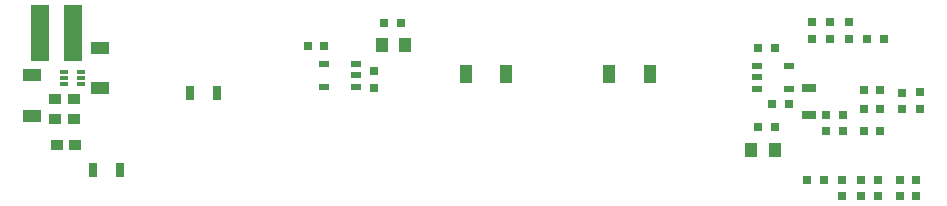
<source format=gbp>
G04*
G04 #@! TF.GenerationSoftware,Altium Limited,Altium Designer,24.3.1 (35)*
G04*
G04 Layer_Color=128*
%FSLAX25Y25*%
%MOIN*%
G70*
G04*
G04 #@! TF.SameCoordinates,04A478E9-281F-4D04-800B-099DB510E279*
G04*
G04*
G04 #@! TF.FilePolarity,Positive*
G04*
G01*
G75*
%ADD18R,0.03150X0.03150*%
%ADD19R,0.03937X0.04921*%
%ADD20R,0.03150X0.03150*%
%ADD21R,0.03937X0.03740*%
%ADD28R,0.04331X0.06299*%
%ADD65R,0.04724X0.03150*%
%ADD66R,0.03740X0.02362*%
%ADD67R,0.03150X0.04724*%
%ADD68R,0.05906X0.18898*%
%ADD69R,0.02598X0.01221*%
%ADD70R,0.06299X0.04331*%
D18*
X262825Y83035D02*
D03*
Y77524D02*
D03*
X256358D02*
D03*
Y83035D02*
D03*
X250571D02*
D03*
Y77524D02*
D03*
X272579Y24965D02*
D03*
Y30476D02*
D03*
X266910Y30437D02*
D03*
Y24925D02*
D03*
X286319Y54098D02*
D03*
Y59610D02*
D03*
X280492Y59531D02*
D03*
Y54020D02*
D03*
X260492Y25004D02*
D03*
Y30516D02*
D03*
X104461Y61102D02*
D03*
Y66614D02*
D03*
D19*
X230059Y40437D02*
D03*
X237933D02*
D03*
X106941Y75472D02*
D03*
X114815D02*
D03*
D20*
X260669Y51929D02*
D03*
X255157D02*
D03*
X232421Y47957D02*
D03*
X237933D02*
D03*
X268799Y77524D02*
D03*
X274311D02*
D03*
X237933Y74256D02*
D03*
X232421D02*
D03*
X237197Y55876D02*
D03*
X242709D02*
D03*
X279705Y25122D02*
D03*
X285216D02*
D03*
X279705Y30516D02*
D03*
X285216D02*
D03*
X260610Y46815D02*
D03*
X255098D02*
D03*
X273169D02*
D03*
X267657D02*
D03*
Y60240D02*
D03*
X273169D02*
D03*
X267657Y53902D02*
D03*
X273169D02*
D03*
X248839Y30516D02*
D03*
X254350D02*
D03*
X87886Y75039D02*
D03*
X82374D02*
D03*
X113358Y82559D02*
D03*
X107846D02*
D03*
D21*
X-1969Y57461D02*
D03*
X4331D02*
D03*
X4370Y50611D02*
D03*
X-1929D02*
D03*
X-1378Y42126D02*
D03*
X4921Y42126D02*
D03*
D28*
X134988Y65693D02*
D03*
X148374D02*
D03*
X182890Y65650D02*
D03*
X196276D02*
D03*
D65*
X249570Y52027D02*
D03*
X249570Y60886D02*
D03*
D66*
X232224Y60831D02*
D03*
X232224Y64571D02*
D03*
X232224Y68311D02*
D03*
X242854D02*
D03*
Y60831D02*
D03*
X87846Y68976D02*
D03*
Y61496D02*
D03*
X98476Y61496D02*
D03*
X98476Y65236D02*
D03*
X98476Y68976D02*
D03*
D67*
X43232Y59474D02*
D03*
X52091D02*
D03*
X10772Y33637D02*
D03*
X19630D02*
D03*
D68*
X4240Y79370D02*
D03*
X-6784D02*
D03*
D69*
X1083Y62461D02*
D03*
Y64429D02*
D03*
Y66398D02*
D03*
X6870D02*
D03*
Y64429D02*
D03*
Y62461D02*
D03*
D70*
X-9567Y51850D02*
D03*
Y65236D02*
D03*
X13189Y74272D02*
D03*
X13189Y60886D02*
D03*
M02*

</source>
